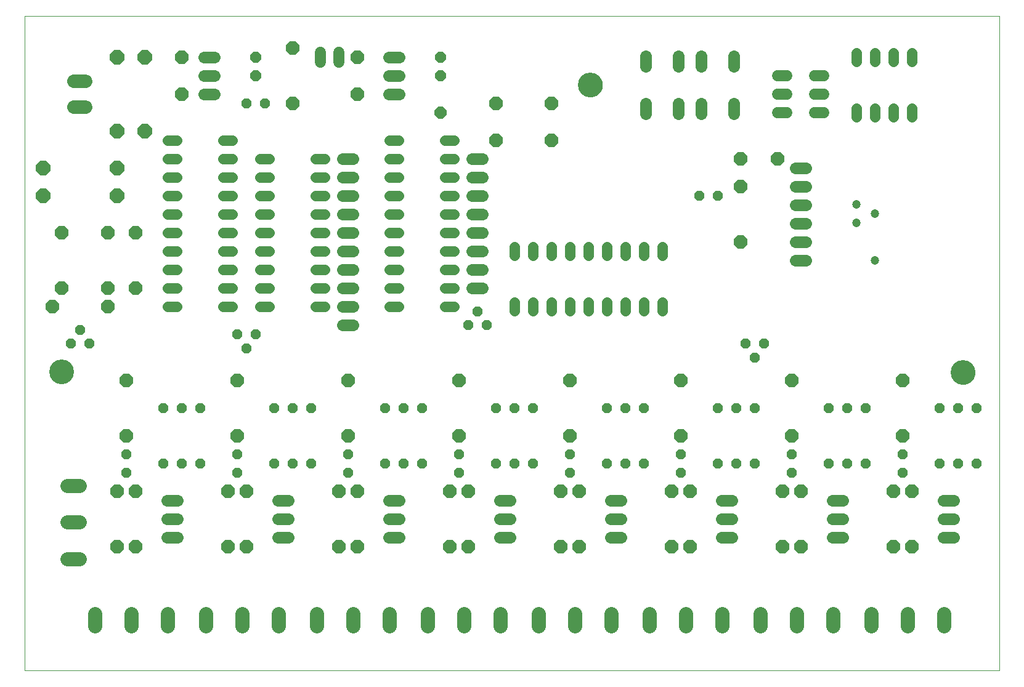
<source format=gbr>
G75*
G70*
%OFA0B0*%
%FSLAX24Y24*%
%IPPOS*%
%LPD*%
%AMOC8*
5,1,8,0,0,1.08239X$1,22.5*
%
%ADD10C,0.0000*%
%ADD11C,0.1339*%
%ADD12OC8,0.0556*%
%ADD13C,0.0636*%
%ADD14C,0.0756*%
%ADD15OC8,0.0779*%
%ADD16C,0.0596*%
%ADD17OC8,0.0709*%
%ADD18OC8,0.0579*%
%ADD19C,0.0736*%
%ADD20C,0.0556*%
%ADD21OC8,0.0636*%
%ADD22C,0.0472*%
D10*
X000101Y000101D02*
X000101Y035534D01*
X052857Y035534D01*
X052857Y000101D01*
X000101Y000101D01*
X001471Y016282D02*
X001473Y016332D01*
X001479Y016382D01*
X001489Y016431D01*
X001503Y016479D01*
X001520Y016526D01*
X001541Y016571D01*
X001566Y016615D01*
X001594Y016656D01*
X001626Y016695D01*
X001660Y016732D01*
X001697Y016766D01*
X001737Y016796D01*
X001779Y016823D01*
X001823Y016847D01*
X001869Y016868D01*
X001916Y016884D01*
X001964Y016897D01*
X002014Y016906D01*
X002063Y016911D01*
X002114Y016912D01*
X002164Y016909D01*
X002213Y016902D01*
X002262Y016891D01*
X002310Y016876D01*
X002356Y016858D01*
X002401Y016836D01*
X002444Y016810D01*
X002485Y016781D01*
X002524Y016749D01*
X002560Y016714D01*
X002592Y016676D01*
X002622Y016636D01*
X002649Y016593D01*
X002672Y016549D01*
X002691Y016503D01*
X002707Y016455D01*
X002719Y016406D01*
X002727Y016357D01*
X002731Y016307D01*
X002731Y016257D01*
X002727Y016207D01*
X002719Y016158D01*
X002707Y016109D01*
X002691Y016061D01*
X002672Y016015D01*
X002649Y015971D01*
X002622Y015928D01*
X002592Y015888D01*
X002560Y015850D01*
X002524Y015815D01*
X002485Y015783D01*
X002444Y015754D01*
X002401Y015728D01*
X002356Y015706D01*
X002310Y015688D01*
X002262Y015673D01*
X002213Y015662D01*
X002164Y015655D01*
X002114Y015652D01*
X002063Y015653D01*
X002014Y015658D01*
X001964Y015667D01*
X001916Y015680D01*
X001869Y015696D01*
X001823Y015717D01*
X001779Y015741D01*
X001737Y015768D01*
X001697Y015798D01*
X001660Y015832D01*
X001626Y015869D01*
X001594Y015908D01*
X001566Y015949D01*
X001541Y015993D01*
X001520Y016038D01*
X001503Y016085D01*
X001489Y016133D01*
X001479Y016182D01*
X001473Y016232D01*
X001471Y016282D01*
X030101Y031813D02*
X030103Y031863D01*
X030109Y031913D01*
X030119Y031962D01*
X030133Y032010D01*
X030150Y032057D01*
X030171Y032102D01*
X030196Y032146D01*
X030224Y032187D01*
X030256Y032226D01*
X030290Y032263D01*
X030327Y032297D01*
X030367Y032327D01*
X030409Y032354D01*
X030453Y032378D01*
X030499Y032399D01*
X030546Y032415D01*
X030594Y032428D01*
X030644Y032437D01*
X030693Y032442D01*
X030744Y032443D01*
X030794Y032440D01*
X030843Y032433D01*
X030892Y032422D01*
X030940Y032407D01*
X030986Y032389D01*
X031031Y032367D01*
X031074Y032341D01*
X031115Y032312D01*
X031154Y032280D01*
X031190Y032245D01*
X031222Y032207D01*
X031252Y032167D01*
X031279Y032124D01*
X031302Y032080D01*
X031321Y032034D01*
X031337Y031986D01*
X031349Y031937D01*
X031357Y031888D01*
X031361Y031838D01*
X031361Y031788D01*
X031357Y031738D01*
X031349Y031689D01*
X031337Y031640D01*
X031321Y031592D01*
X031302Y031546D01*
X031279Y031502D01*
X031252Y031459D01*
X031222Y031419D01*
X031190Y031381D01*
X031154Y031346D01*
X031115Y031314D01*
X031074Y031285D01*
X031031Y031259D01*
X030986Y031237D01*
X030940Y031219D01*
X030892Y031204D01*
X030843Y031193D01*
X030794Y031186D01*
X030744Y031183D01*
X030693Y031184D01*
X030644Y031189D01*
X030594Y031198D01*
X030546Y031211D01*
X030499Y031227D01*
X030453Y031248D01*
X030409Y031272D01*
X030367Y031299D01*
X030327Y031329D01*
X030290Y031363D01*
X030256Y031400D01*
X030224Y031439D01*
X030196Y031480D01*
X030171Y031524D01*
X030150Y031569D01*
X030133Y031616D01*
X030119Y031664D01*
X030109Y031713D01*
X030103Y031763D01*
X030101Y031813D01*
X050258Y016243D02*
X050260Y016293D01*
X050266Y016343D01*
X050276Y016392D01*
X050290Y016440D01*
X050307Y016487D01*
X050328Y016532D01*
X050353Y016576D01*
X050381Y016617D01*
X050413Y016656D01*
X050447Y016693D01*
X050484Y016727D01*
X050524Y016757D01*
X050566Y016784D01*
X050610Y016808D01*
X050656Y016829D01*
X050703Y016845D01*
X050751Y016858D01*
X050801Y016867D01*
X050850Y016872D01*
X050901Y016873D01*
X050951Y016870D01*
X051000Y016863D01*
X051049Y016852D01*
X051097Y016837D01*
X051143Y016819D01*
X051188Y016797D01*
X051231Y016771D01*
X051272Y016742D01*
X051311Y016710D01*
X051347Y016675D01*
X051379Y016637D01*
X051409Y016597D01*
X051436Y016554D01*
X051459Y016510D01*
X051478Y016464D01*
X051494Y016416D01*
X051506Y016367D01*
X051514Y016318D01*
X051518Y016268D01*
X051518Y016218D01*
X051514Y016168D01*
X051506Y016119D01*
X051494Y016070D01*
X051478Y016022D01*
X051459Y015976D01*
X051436Y015932D01*
X051409Y015889D01*
X051379Y015849D01*
X051347Y015811D01*
X051311Y015776D01*
X051272Y015744D01*
X051231Y015715D01*
X051188Y015689D01*
X051143Y015667D01*
X051097Y015649D01*
X051049Y015634D01*
X051000Y015623D01*
X050951Y015616D01*
X050901Y015613D01*
X050850Y015614D01*
X050801Y015619D01*
X050751Y015628D01*
X050703Y015641D01*
X050656Y015657D01*
X050610Y015678D01*
X050566Y015702D01*
X050524Y015729D01*
X050484Y015759D01*
X050447Y015793D01*
X050413Y015830D01*
X050381Y015869D01*
X050353Y015910D01*
X050328Y015954D01*
X050307Y015999D01*
X050290Y016046D01*
X050276Y016094D01*
X050266Y016143D01*
X050260Y016193D01*
X050258Y016243D01*
D11*
X050888Y016243D03*
X030731Y031813D03*
X002101Y016282D03*
D12*
X002601Y017813D03*
X003101Y018563D03*
X003601Y017813D03*
X007601Y014313D03*
X008601Y014313D03*
X009601Y014313D03*
X011601Y011813D03*
X011601Y010813D03*
X009601Y011313D03*
X008601Y011313D03*
X007601Y011313D03*
X005601Y010813D03*
X005601Y011813D03*
X013601Y011313D03*
X014601Y011313D03*
X015601Y011313D03*
X017601Y010813D03*
X017601Y011813D03*
X019601Y011313D03*
X020601Y011313D03*
X021601Y011313D03*
X023601Y010813D03*
X023601Y011813D03*
X025601Y011313D03*
X026601Y011313D03*
X027601Y011313D03*
X029601Y010813D03*
X029601Y011813D03*
X031601Y011313D03*
X032601Y011313D03*
X033601Y011313D03*
X035601Y010813D03*
X035601Y011813D03*
X037601Y011313D03*
X038601Y011313D03*
X039601Y011313D03*
X041601Y010813D03*
X041601Y011813D03*
X043601Y011313D03*
X044601Y011313D03*
X045601Y011313D03*
X047601Y010813D03*
X047601Y011813D03*
X049601Y011313D03*
X050601Y011313D03*
X051601Y011313D03*
X051601Y014313D03*
X050601Y014313D03*
X049601Y014313D03*
X045601Y014313D03*
X044601Y014313D03*
X043601Y014313D03*
X039601Y014313D03*
X038601Y014313D03*
X037601Y014313D03*
X039601Y017063D03*
X040101Y017813D03*
X039101Y017813D03*
X033601Y014313D03*
X032601Y014313D03*
X031601Y014313D03*
X027601Y014313D03*
X026601Y014313D03*
X025601Y014313D03*
X021601Y014313D03*
X020601Y014313D03*
X019601Y014313D03*
X015601Y014313D03*
X014601Y014313D03*
X013601Y014313D03*
X012101Y017563D03*
X012601Y018313D03*
X011601Y018313D03*
X024101Y018813D03*
X024601Y019563D03*
X025101Y018813D03*
X036601Y025813D03*
X037601Y025813D03*
X013101Y030813D03*
X012101Y030813D03*
D13*
X010380Y031313D02*
X009822Y031313D01*
X009822Y032313D02*
X010380Y032313D01*
X010380Y033313D02*
X009822Y033313D01*
X017322Y027813D02*
X017880Y027813D01*
X017880Y026813D02*
X017322Y026813D01*
X017322Y025813D02*
X017880Y025813D01*
X017880Y024813D02*
X017322Y024813D01*
X017322Y023813D02*
X017880Y023813D01*
X017880Y022813D02*
X017322Y022813D01*
X017322Y021813D02*
X017880Y021813D01*
X017880Y020813D02*
X017322Y020813D01*
X017322Y019813D02*
X017880Y019813D01*
X017880Y018813D02*
X017322Y018813D01*
X024322Y020813D02*
X024880Y020813D01*
X024880Y021813D02*
X024322Y021813D01*
X024322Y022813D02*
X024880Y022813D01*
X024880Y023813D02*
X024322Y023813D01*
X024322Y024813D02*
X024880Y024813D01*
X024880Y025813D02*
X024322Y025813D01*
X024322Y026813D02*
X024880Y026813D01*
X024880Y027813D02*
X024322Y027813D01*
X020380Y031313D02*
X019822Y031313D01*
X019822Y032313D02*
X020380Y032313D01*
X020380Y033313D02*
X019822Y033313D01*
X033711Y033372D02*
X033711Y032815D01*
X035491Y032815D02*
X035491Y033372D01*
X036711Y033372D02*
X036711Y032815D01*
X038491Y032815D02*
X038491Y033372D01*
X038491Y030812D02*
X038491Y030255D01*
X036711Y030255D02*
X036711Y030812D01*
X035491Y030812D02*
X035491Y030255D01*
X033711Y030255D02*
X033711Y030812D01*
X041822Y027313D02*
X042380Y027313D01*
X042380Y026313D02*
X041822Y026313D01*
X041822Y025313D02*
X042380Y025313D01*
X042380Y024313D02*
X041822Y024313D01*
X041822Y023313D02*
X042380Y023313D01*
X042380Y022313D02*
X041822Y022313D01*
X043822Y009313D02*
X044380Y009313D01*
X044380Y008313D02*
X043822Y008313D01*
X043822Y007313D02*
X044380Y007313D01*
X049822Y007313D02*
X050380Y007313D01*
X050380Y008313D02*
X049822Y008313D01*
X049822Y009313D02*
X050380Y009313D01*
X038380Y009313D02*
X037822Y009313D01*
X037822Y008313D02*
X038380Y008313D01*
X038380Y007313D02*
X037822Y007313D01*
X032380Y007313D02*
X031822Y007313D01*
X031822Y008313D02*
X032380Y008313D01*
X032380Y009313D02*
X031822Y009313D01*
X026380Y009313D02*
X025822Y009313D01*
X025822Y008313D02*
X026380Y008313D01*
X026380Y007313D02*
X025822Y007313D01*
X020380Y007313D02*
X019822Y007313D01*
X019822Y008313D02*
X020380Y008313D01*
X020380Y009313D02*
X019822Y009313D01*
X014380Y009313D02*
X013822Y009313D01*
X013822Y008313D02*
X014380Y008313D01*
X014380Y007313D02*
X013822Y007313D01*
X008380Y007313D02*
X007822Y007313D01*
X007822Y008313D02*
X008380Y008313D01*
X008380Y009313D02*
X007822Y009313D01*
D14*
X003085Y010102D02*
X002408Y010102D01*
X002408Y008132D02*
X003085Y008132D01*
X003085Y006162D02*
X002408Y006162D01*
X003899Y003184D02*
X003899Y002506D01*
X005869Y002506D02*
X005869Y003184D01*
X007839Y003184D02*
X007839Y002506D01*
X009899Y002506D02*
X009899Y003184D01*
X011869Y003184D02*
X011869Y002506D01*
X013839Y002506D02*
X013839Y003184D01*
X015899Y003184D02*
X015899Y002506D01*
X017869Y002506D02*
X017869Y003184D01*
X019839Y003184D02*
X019839Y002506D01*
X021899Y002506D02*
X021899Y003184D01*
X023869Y003184D02*
X023869Y002506D01*
X025839Y002506D02*
X025839Y003184D01*
X027899Y003184D02*
X027899Y002506D01*
X029869Y002506D02*
X029869Y003184D01*
X031839Y003184D02*
X031839Y002506D01*
X033899Y002506D02*
X033899Y003184D01*
X035869Y003184D02*
X035869Y002506D01*
X037839Y002506D02*
X037839Y003184D01*
X039899Y003184D02*
X039899Y002506D01*
X041869Y002506D02*
X041869Y003184D01*
X043839Y003184D02*
X043839Y002506D01*
X045899Y002506D02*
X045899Y003184D01*
X047869Y003184D02*
X047869Y002506D01*
X049839Y002506D02*
X049839Y003184D01*
D15*
X006601Y029313D03*
X005101Y029313D03*
X005101Y027313D03*
X005101Y025813D03*
X001101Y025813D03*
X001101Y027313D03*
X005101Y033313D03*
X006601Y033313D03*
D16*
X016101Y033572D02*
X016101Y033055D01*
X017101Y033055D02*
X017101Y033572D01*
X040842Y032313D02*
X041360Y032313D01*
X042842Y032313D02*
X043360Y032313D01*
X043360Y031313D02*
X042842Y031313D01*
X041360Y031313D02*
X040842Y031313D01*
X040842Y030313D02*
X041360Y030313D01*
X042842Y030313D02*
X043360Y030313D01*
D17*
X040851Y027813D03*
X038851Y027813D03*
X038851Y026313D03*
X038851Y023313D03*
X028601Y028813D03*
X028601Y030813D03*
X025601Y030813D03*
X025601Y028813D03*
X018101Y031313D03*
X018101Y033313D03*
X014601Y033813D03*
X014601Y030813D03*
X008601Y031313D03*
X008601Y033313D03*
X006101Y023813D03*
X004601Y023813D03*
X002101Y023813D03*
X002101Y020813D03*
X001601Y019813D03*
X004601Y019813D03*
X004601Y020813D03*
X006101Y020813D03*
X005601Y015813D03*
X005601Y012813D03*
X006101Y009813D03*
X005101Y009813D03*
X005101Y006813D03*
X006101Y006813D03*
X011101Y006813D03*
X012101Y006813D03*
X012101Y009813D03*
X011101Y009813D03*
X011601Y012813D03*
X011601Y015813D03*
X017601Y015813D03*
X017601Y012813D03*
X018101Y009813D03*
X017101Y009813D03*
X017101Y006813D03*
X018101Y006813D03*
X023101Y006813D03*
X024101Y006813D03*
X024101Y009813D03*
X023101Y009813D03*
X023601Y012813D03*
X023601Y015813D03*
X029601Y015813D03*
X029601Y012813D03*
X030101Y009813D03*
X029101Y009813D03*
X029101Y006813D03*
X030101Y006813D03*
X035101Y006813D03*
X036101Y006813D03*
X036101Y009813D03*
X035101Y009813D03*
X035601Y012813D03*
X035601Y015813D03*
X041601Y015813D03*
X041601Y012813D03*
X042101Y009813D03*
X041101Y009813D03*
X041101Y006813D03*
X042101Y006813D03*
X047101Y006813D03*
X048101Y006813D03*
X048101Y009813D03*
X047101Y009813D03*
X047601Y012813D03*
X047601Y015813D03*
D18*
X022601Y032313D03*
X022601Y033313D03*
X012601Y033313D03*
X012601Y032313D03*
D19*
X003430Y032002D02*
X002772Y032002D01*
X002772Y030624D02*
X003430Y030624D01*
D20*
X007862Y028813D02*
X008340Y028813D01*
X008340Y027813D02*
X007862Y027813D01*
X007862Y026813D02*
X008340Y026813D01*
X008340Y025813D02*
X007862Y025813D01*
X007862Y024813D02*
X008340Y024813D01*
X008340Y023813D02*
X007862Y023813D01*
X007862Y022813D02*
X008340Y022813D01*
X008340Y021813D02*
X007862Y021813D01*
X007862Y020813D02*
X008340Y020813D01*
X008340Y019813D02*
X007862Y019813D01*
X010862Y019813D02*
X011340Y019813D01*
X011340Y020813D02*
X010862Y020813D01*
X010862Y021813D02*
X011340Y021813D01*
X011340Y022813D02*
X010862Y022813D01*
X010862Y023813D02*
X011340Y023813D01*
X011340Y024813D02*
X010862Y024813D01*
X010862Y025813D02*
X011340Y025813D01*
X011340Y026813D02*
X010862Y026813D01*
X010862Y027813D02*
X011340Y027813D01*
X011340Y028813D02*
X010862Y028813D01*
X012862Y027813D02*
X013340Y027813D01*
X013340Y026813D02*
X012862Y026813D01*
X012862Y025813D02*
X013340Y025813D01*
X013340Y024813D02*
X012862Y024813D01*
X012862Y023813D02*
X013340Y023813D01*
X013340Y022813D02*
X012862Y022813D01*
X012862Y021813D02*
X013340Y021813D01*
X013340Y020813D02*
X012862Y020813D01*
X012862Y019813D02*
X013340Y019813D01*
X015862Y019813D02*
X016340Y019813D01*
X016340Y020813D02*
X015862Y020813D01*
X015862Y021813D02*
X016340Y021813D01*
X016340Y022813D02*
X015862Y022813D01*
X015862Y023813D02*
X016340Y023813D01*
X016340Y024813D02*
X015862Y024813D01*
X015862Y025813D02*
X016340Y025813D01*
X016340Y026813D02*
X015862Y026813D01*
X015862Y027813D02*
X016340Y027813D01*
X019862Y027813D02*
X020340Y027813D01*
X020340Y026813D02*
X019862Y026813D01*
X019862Y025813D02*
X020340Y025813D01*
X020340Y024813D02*
X019862Y024813D01*
X019862Y023813D02*
X020340Y023813D01*
X020340Y022813D02*
X019862Y022813D01*
X019862Y021813D02*
X020340Y021813D01*
X020340Y020813D02*
X019862Y020813D01*
X019862Y019813D02*
X020340Y019813D01*
X022862Y019813D02*
X023340Y019813D01*
X023340Y020813D02*
X022862Y020813D01*
X022862Y021813D02*
X023340Y021813D01*
X023340Y022813D02*
X022862Y022813D01*
X022862Y023813D02*
X023340Y023813D01*
X023340Y024813D02*
X022862Y024813D01*
X022862Y025813D02*
X023340Y025813D01*
X023340Y026813D02*
X022862Y026813D01*
X022862Y027813D02*
X023340Y027813D01*
X023340Y028813D02*
X022862Y028813D01*
X020340Y028813D02*
X019862Y028813D01*
X026601Y023052D02*
X026601Y022575D01*
X027601Y022575D02*
X027601Y023052D01*
X028601Y023052D02*
X028601Y022575D01*
X029601Y022575D02*
X029601Y023052D01*
X030601Y023052D02*
X030601Y022575D01*
X031601Y022575D02*
X031601Y023052D01*
X032601Y023052D02*
X032601Y022575D01*
X033601Y022575D02*
X033601Y023052D01*
X034601Y023052D02*
X034601Y022575D01*
X034601Y020052D02*
X034601Y019575D01*
X033601Y019575D02*
X033601Y020052D01*
X032601Y020052D02*
X032601Y019575D01*
X031601Y019575D02*
X031601Y020052D01*
X030601Y020052D02*
X030601Y019575D01*
X029601Y019575D02*
X029601Y020052D01*
X028601Y020052D02*
X028601Y019575D01*
X027601Y019575D02*
X027601Y020052D01*
X026601Y020052D02*
X026601Y019575D01*
X045101Y030075D02*
X045101Y030552D01*
X046101Y030552D02*
X046101Y030075D01*
X047101Y030075D02*
X047101Y030552D01*
X048101Y030552D02*
X048101Y030075D01*
X048101Y033075D02*
X048101Y033552D01*
X047101Y033552D02*
X047101Y033075D01*
X046101Y033075D02*
X046101Y033552D01*
X045101Y033552D02*
X045101Y033075D01*
D21*
X022601Y030313D03*
D22*
X045101Y025351D03*
X046101Y024851D03*
X045101Y024351D03*
X046101Y022313D03*
M02*

</source>
